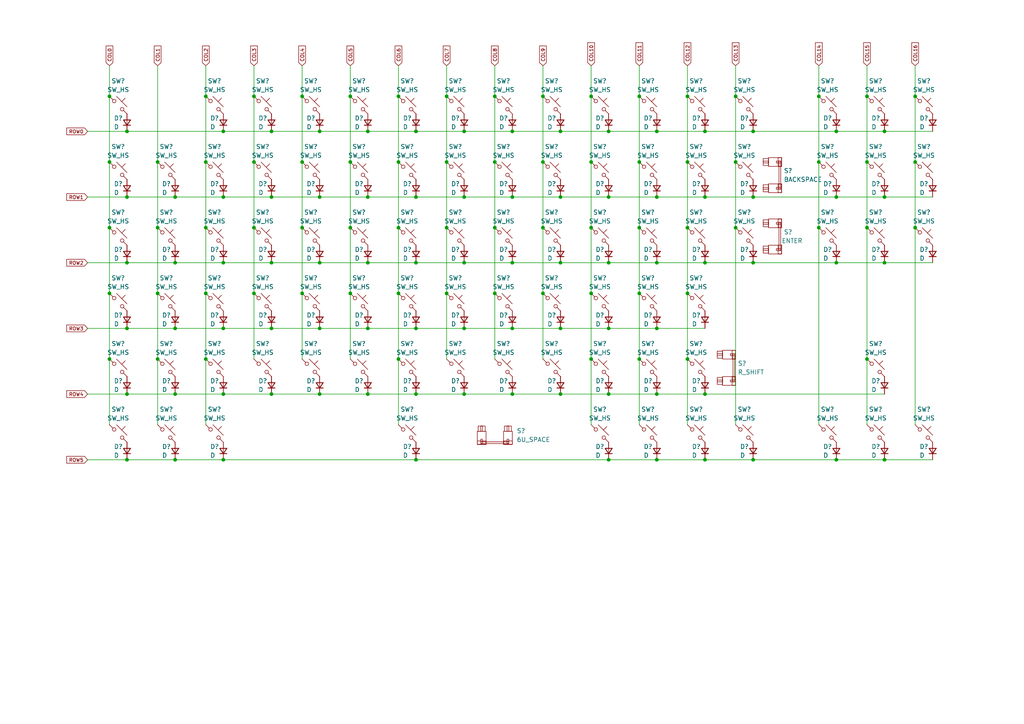
<source format=kicad_sch>
(kicad_sch (version 20211123) (generator eeschema)
  (paper "A4")
  (junction (at 265.43 46.99))
  (junction (at 171.45 66.04))
  (junction (at 64.77 95.25))
  (junction (at 143.51 85.09))
  (junction (at 176.53 76.2))
  (junction (at 143.51 46.99))
  (junction (at 73.66 85.09))
  (junction (at 190.5 95.25))
  (junction (at 213.36 66.04))
  (junction (at 129.54 27.94))
  (junction (at 64.77 114.3))
  (junction (at 185.42 85.09))
  (junction (at 204.47 76.2))
  (junction (at 157.48 27.94))
  (junction (at 190.5 114.3))
  (junction (at 199.39 104.14))
  (junction (at 78.74 57.15))
  (junction (at 176.53 95.25))
  (junction (at 204.47 114.3))
  (junction (at 256.54 38.1))
  (junction (at 115.57 27.94))
  (junction (at 148.59 38.1))
  (junction (at 251.46 66.04))
  (junction (at 92.71 114.3))
  (junction (at 162.56 76.2))
  (junction (at 256.54 57.15))
  (junction (at 129.54 66.04))
  (junction (at 242.57 38.1))
  (junction (at 87.63 66.04))
  (junction (at 176.53 114.3))
  (junction (at 237.49 66.04))
  (junction (at 171.45 46.99))
  (junction (at 120.65 38.1))
  (junction (at 157.48 85.09))
  (junction (at 185.42 46.99))
  (junction (at 50.8 133.35))
  (junction (at 50.8 114.3))
  (junction (at 36.83 38.1))
  (junction (at 87.63 85.09))
  (junction (at 106.68 57.15))
  (junction (at 106.68 76.2))
  (junction (at 64.77 76.2))
  (junction (at 134.62 95.25))
  (junction (at 59.69 85.09))
  (junction (at 36.83 76.2))
  (junction (at 256.54 76.2))
  (junction (at 148.59 114.3))
  (junction (at 199.39 85.09))
  (junction (at 162.56 114.3))
  (junction (at 171.45 85.09))
  (junction (at 59.69 66.04))
  (junction (at 73.66 27.94))
  (junction (at 120.65 76.2))
  (junction (at 64.77 133.35))
  (junction (at 64.77 57.15))
  (junction (at 199.39 46.99))
  (junction (at 50.8 95.25))
  (junction (at 251.46 46.99))
  (junction (at 143.51 66.04))
  (junction (at 185.42 104.14))
  (junction (at 134.62 114.3))
  (junction (at 120.65 114.3))
  (junction (at 242.57 57.15))
  (junction (at 176.53 57.15))
  (junction (at 251.46 104.14))
  (junction (at 213.36 46.99))
  (junction (at 129.54 46.99))
  (junction (at 106.68 38.1))
  (junction (at 242.57 133.35))
  (junction (at 106.68 95.25))
  (junction (at 50.8 57.15))
  (junction (at 101.6 46.99))
  (junction (at 176.53 133.35))
  (junction (at 204.47 38.1))
  (junction (at 185.42 27.94))
  (junction (at 157.48 66.04))
  (junction (at 115.57 85.09))
  (junction (at 78.74 114.3))
  (junction (at 134.62 57.15))
  (junction (at 148.59 57.15))
  (junction (at 120.65 57.15))
  (junction (at 251.46 27.94))
  (junction (at 204.47 133.35))
  (junction (at 73.66 66.04))
  (junction (at 92.71 57.15))
  (junction (at 265.43 27.94))
  (junction (at 190.5 57.15))
  (junction (at 78.74 76.2))
  (junction (at 31.75 66.04))
  (junction (at 129.54 85.09))
  (junction (at 101.6 66.04))
  (junction (at 45.72 85.09))
  (junction (at 59.69 104.14))
  (junction (at 199.39 66.04))
  (junction (at 237.49 27.94))
  (junction (at 162.56 57.15))
  (junction (at 213.36 27.94))
  (junction (at 50.8 76.2))
  (junction (at 134.62 38.1))
  (junction (at 242.57 76.2))
  (junction (at 101.6 27.94))
  (junction (at 237.49 46.99))
  (junction (at 218.44 38.1))
  (junction (at 78.74 95.25))
  (junction (at 45.72 46.99))
  (junction (at 92.71 95.25))
  (junction (at 87.63 46.99))
  (junction (at 59.69 27.94))
  (junction (at 176.53 38.1))
  (junction (at 92.71 76.2))
  (junction (at 162.56 38.1))
  (junction (at 120.65 133.35))
  (junction (at 31.75 27.94))
  (junction (at 45.72 104.14))
  (junction (at 199.39 27.94))
  (junction (at 218.44 57.15))
  (junction (at 218.44 133.35))
  (junction (at 134.62 76.2))
  (junction (at 31.75 85.09))
  (junction (at 36.83 133.35))
  (junction (at 101.6 85.09))
  (junction (at 45.72 66.04))
  (junction (at 59.69 46.99))
  (junction (at 115.57 66.04))
  (junction (at 148.59 95.25))
  (junction (at 106.68 114.3))
  (junction (at 157.48 46.99))
  (junction (at 115.57 104.14))
  (junction (at 204.47 57.15))
  (junction (at 120.65 95.25))
  (junction (at 190.5 133.35))
  (junction (at 36.83 57.15))
  (junction (at 256.54 133.35))
  (junction (at 36.83 95.25))
  (junction (at 64.77 38.1))
  (junction (at 31.75 46.99))
  (junction (at 148.59 76.2))
  (junction (at 78.74 38.1))
  (junction (at 87.63 27.94))
  (junction (at 190.5 76.2))
  (junction (at 115.57 46.99))
  (junction (at 36.83 114.3))
  (junction (at 171.45 27.94))
  (junction (at 185.42 66.04))
  (junction (at 190.5 38.1))
  (junction (at 218.44 76.2))
  (junction (at 162.56 95.25))
  (junction (at 143.51 27.94))
  (junction (at 92.71 38.1))
  (junction (at 73.66 46.99))
  (junction (at 265.43 66.04))
  (junction (at 31.75 104.14))
  (junction (at 171.45 104.14))
  (wire (pts (xy 162.56 38.1) (xy 176.53 38.1)))
  (wire (pts (xy 256.54 38.1) (xy 270.51 38.1)))
  (wire (pts (xy 73.66 19.05) (xy 73.66 27.94)))
  (wire (pts (xy 134.62 76.2) (xy 148.59 76.2)))
  (wire (pts (xy 242.57 38.1) (xy 256.54 38.1)))
  (wire (pts (xy 59.69 27.94) (xy 59.69 46.99)))
  (wire (pts (xy 190.5 57.15) (xy 204.47 57.15)))
  (wire (pts (xy 78.74 38.1) (xy 92.71 38.1)))
  (wire (pts (xy 78.74 57.15) (xy 92.71 57.15)))
  (wire (pts (xy 106.68 38.1) (xy 120.65 38.1)))
  (wire (pts (xy 101.6 46.99) (xy 101.6 66.04)))
  (wire (pts (xy 256.54 76.2) (xy 270.51 76.2)))
  (wire (pts (xy 50.8 114.3) (xy 64.77 114.3)))
  (wire (pts (xy 242.57 133.35) (xy 256.54 133.35)))
  (wire (pts (xy 190.5 133.35) (xy 204.47 133.35)))
  (wire (pts (xy 171.45 85.09) (xy 171.45 104.14)))
  (wire (pts (xy 265.43 46.99) (xy 265.43 66.04)))
  (wire (pts (xy 31.75 85.09) (xy 31.75 104.14)))
  (wire (pts (xy 162.56 114.3) (xy 176.53 114.3)))
  (wire (pts (xy 251.46 104.14) (xy 251.46 123.19)))
  (wire (pts (xy 199.39 27.94) (xy 199.39 46.99)))
  (wire (pts (xy 157.48 19.05) (xy 157.48 27.94)))
  (wire (pts (xy 171.45 66.04) (xy 171.45 85.09)))
  (wire (pts (xy 50.8 133.35) (xy 64.77 133.35)))
  (wire (pts (xy 204.47 114.3) (xy 256.54 114.3)))
  (wire (pts (xy 36.83 57.15) (xy 50.8 57.15)))
  (wire (pts (xy 265.43 27.94) (xy 265.43 46.99)))
  (wire (pts (xy 213.36 46.99) (xy 213.36 66.04)))
  (wire (pts (xy 237.49 27.94) (xy 237.49 46.99)))
  (wire (pts (xy 101.6 85.09) (xy 101.6 104.14)))
  (wire (pts (xy 176.53 38.1) (xy 190.5 38.1)))
  (wire (pts (xy 87.63 66.04) (xy 87.63 85.09)))
  (wire (pts (xy 106.68 114.3) (xy 120.65 114.3)))
  (wire (pts (xy 213.36 66.04) (xy 213.36 123.19)))
  (wire (pts (xy 218.44 38.1) (xy 242.57 38.1)))
  (wire (pts (xy 120.65 133.35) (xy 176.53 133.35)))
  (wire (pts (xy 148.59 38.1) (xy 162.56 38.1)))
  (wire (pts (xy 190.5 114.3) (xy 204.47 114.3)))
  (wire (pts (xy 251.46 27.94) (xy 251.46 46.99)))
  (wire (pts (xy 50.8 95.25) (xy 64.77 95.25)))
  (wire (pts (xy 204.47 76.2) (xy 218.44 76.2)))
  (wire (pts (xy 157.48 27.94) (xy 157.48 46.99)))
  (wire (pts (xy 92.71 114.3) (xy 106.68 114.3)))
  (wire (pts (xy 143.51 85.09) (xy 143.51 104.14)))
  (wire (pts (xy 73.66 46.99) (xy 73.66 66.04)))
  (wire (pts (xy 120.65 38.1) (xy 134.62 38.1)))
  (wire (pts (xy 73.66 27.94) (xy 73.66 46.99)))
  (wire (pts (xy 129.54 85.09) (xy 129.54 104.14)))
  (wire (pts (xy 87.63 85.09) (xy 87.63 104.14)))
  (wire (pts (xy 176.53 76.2) (xy 190.5 76.2)))
  (wire (pts (xy 25.4 38.1) (xy 36.83 38.1)))
  (wire (pts (xy 251.46 19.05) (xy 251.46 27.94)))
  (wire (pts (xy 101.6 19.05) (xy 101.6 27.94)))
  (wire (pts (xy 213.36 27.94) (xy 213.36 46.99)))
  (wire (pts (xy 59.69 19.05) (xy 59.69 27.94)))
  (wire (pts (xy 199.39 19.05) (xy 199.39 27.94)))
  (wire (pts (xy 251.46 46.99) (xy 251.46 66.04)))
  (wire (pts (xy 134.62 57.15) (xy 148.59 57.15)))
  (wire (pts (xy 265.43 66.04) (xy 265.43 123.19)))
  (wire (pts (xy 92.71 38.1) (xy 106.68 38.1)))
  (wire (pts (xy 242.57 76.2) (xy 256.54 76.2)))
  (wire (pts (xy 204.47 38.1) (xy 218.44 38.1)))
  (wire (pts (xy 256.54 57.15) (xy 270.51 57.15)))
  (wire (pts (xy 171.45 27.94) (xy 171.45 46.99)))
  (wire (pts (xy 129.54 19.05) (xy 129.54 27.94)))
  (wire (pts (xy 120.65 114.3) (xy 134.62 114.3)))
  (wire (pts (xy 25.4 76.2) (xy 36.83 76.2)))
  (wire (pts (xy 73.66 85.09) (xy 73.66 104.14)))
  (wire (pts (xy 171.45 46.99) (xy 171.45 66.04)))
  (wire (pts (xy 143.51 46.99) (xy 143.51 66.04)))
  (wire (pts (xy 218.44 133.35) (xy 242.57 133.35)))
  (wire (pts (xy 185.42 27.94) (xy 185.42 46.99)))
  (wire (pts (xy 106.68 95.25) (xy 120.65 95.25)))
  (wire (pts (xy 129.54 27.94) (xy 129.54 46.99)))
  (wire (pts (xy 237.49 46.99) (xy 237.49 66.04)))
  (wire (pts (xy 176.53 133.35) (xy 190.5 133.35)))
  (wire (pts (xy 162.56 95.25) (xy 176.53 95.25)))
  (wire (pts (xy 101.6 66.04) (xy 101.6 85.09)))
  (wire (pts (xy 185.42 19.05) (xy 185.42 27.94)))
  (wire (pts (xy 185.42 66.04) (xy 185.42 85.09)))
  (wire (pts (xy 87.63 27.94) (xy 87.63 46.99)))
  (wire (pts (xy 106.68 57.15) (xy 120.65 57.15)))
  (wire (pts (xy 73.66 66.04) (xy 73.66 85.09)))
  (wire (pts (xy 87.63 19.05) (xy 87.63 27.94)))
  (wire (pts (xy 199.39 46.99) (xy 199.39 66.04)))
  (wire (pts (xy 64.77 114.3) (xy 78.74 114.3)))
  (wire (pts (xy 115.57 19.05) (xy 115.57 27.94)))
  (wire (pts (xy 78.74 76.2) (xy 92.71 76.2)))
  (wire (pts (xy 148.59 76.2) (xy 162.56 76.2)))
  (wire (pts (xy 120.65 57.15) (xy 134.62 57.15)))
  (wire (pts (xy 64.77 95.25) (xy 78.74 95.25)))
  (wire (pts (xy 25.4 95.25) (xy 36.83 95.25)))
  (wire (pts (xy 115.57 104.14) (xy 115.57 123.19)))
  (wire (pts (xy 115.57 27.94) (xy 115.57 46.99)))
  (wire (pts (xy 25.4 133.35) (xy 36.83 133.35)))
  (wire (pts (xy 115.57 66.04) (xy 115.57 85.09)))
  (wire (pts (xy 87.63 46.99) (xy 87.63 66.04)))
  (wire (pts (xy 157.48 66.04) (xy 157.48 85.09)))
  (wire (pts (xy 218.44 76.2) (xy 242.57 76.2)))
  (wire (pts (xy 143.51 19.05) (xy 143.51 27.94)))
  (wire (pts (xy 31.75 46.99) (xy 31.75 66.04)))
  (wire (pts (xy 50.8 76.2) (xy 64.77 76.2)))
  (wire (pts (xy 256.54 133.35) (xy 270.51 133.35)))
  (wire (pts (xy 251.46 66.04) (xy 251.46 104.14)))
  (wire (pts (xy 115.57 85.09) (xy 115.57 104.14)))
  (wire (pts (xy 31.75 104.14) (xy 31.75 123.19)))
  (wire (pts (xy 129.54 66.04) (xy 129.54 85.09)))
  (wire (pts (xy 143.51 66.04) (xy 143.51 85.09)))
  (wire (pts (xy 78.74 95.25) (xy 92.71 95.25)))
  (wire (pts (xy 36.83 95.25) (xy 50.8 95.25)))
  (wire (pts (xy 106.68 76.2) (xy 120.65 76.2)))
  (wire (pts (xy 134.62 38.1) (xy 148.59 38.1)))
  (wire (pts (xy 237.49 19.05) (xy 237.49 27.94)))
  (wire (pts (xy 204.47 133.35) (xy 218.44 133.35)))
  (wire (pts (xy 213.36 19.05) (xy 213.36 27.94)))
  (wire (pts (xy 101.6 27.94) (xy 101.6 46.99)))
  (wire (pts (xy 120.65 95.25) (xy 134.62 95.25)))
  (wire (pts (xy 148.59 57.15) (xy 162.56 57.15)))
  (wire (pts (xy 190.5 95.25) (xy 204.47 95.25)))
  (wire (pts (xy 148.59 95.25) (xy 162.56 95.25)))
  (wire (pts (xy 36.83 133.35) (xy 50.8 133.35)))
  (wire (pts (xy 190.5 76.2) (xy 204.47 76.2)))
  (wire (pts (xy 45.72 19.05) (xy 45.72 46.99)))
  (wire (pts (xy 157.48 46.99) (xy 157.48 66.04)))
  (wire (pts (xy 78.74 114.3) (xy 92.71 114.3)))
  (wire (pts (xy 134.62 95.25) (xy 148.59 95.25)))
  (wire (pts (xy 199.39 104.14) (xy 199.39 123.19)))
  (wire (pts (xy 31.75 19.05) (xy 31.75 27.94)))
  (wire (pts (xy 25.4 57.15) (xy 36.83 57.15)))
  (wire (pts (xy 143.51 27.94) (xy 143.51 46.99)))
  (wire (pts (xy 185.42 104.14) (xy 185.42 123.19)))
  (wire (pts (xy 64.77 133.35) (xy 120.65 133.35)))
  (wire (pts (xy 218.44 57.15) (xy 242.57 57.15)))
  (wire (pts (xy 25.4 114.3) (xy 36.83 114.3)))
  (wire (pts (xy 92.71 95.25) (xy 106.68 95.25)))
  (wire (pts (xy 59.69 104.14) (xy 59.69 123.19)))
  (wire (pts (xy 59.69 46.99) (xy 59.69 66.04)))
  (wire (pts (xy 120.65 76.2) (xy 134.62 76.2)))
  (wire (pts (xy 64.77 38.1) (xy 78.74 38.1)))
  (wire (pts (xy 199.39 66.04) (xy 199.39 85.09)))
  (wire (pts (xy 115.57 46.99) (xy 115.57 66.04)))
  (wire (pts (xy 190.5 38.1) (xy 204.47 38.1)))
  (wire (pts (xy 31.75 27.94) (xy 31.75 46.99)))
  (wire (pts (xy 92.71 57.15) (xy 106.68 57.15)))
  (wire (pts (xy 242.57 57.15) (xy 256.54 57.15)))
  (wire (pts (xy 31.75 66.04) (xy 31.75 85.09)))
  (wire (pts (xy 134.62 114.3) (xy 148.59 114.3)))
  (wire (pts (xy 92.71 76.2) (xy 106.68 76.2)))
  (wire (pts (xy 176.53 57.15) (xy 190.5 57.15)))
  (wire (pts (xy 176.53 114.3) (xy 190.5 114.3)))
  (wire (pts (xy 45.72 66.04) (xy 45.72 85.09)))
  (wire (pts (xy 50.8 57.15) (xy 64.77 57.15)))
  (wire (pts (xy 185.42 46.99) (xy 185.42 66.04)))
  (wire (pts (xy 148.59 114.3) (xy 162.56 114.3)))
  (wire (pts (xy 185.42 85.09) (xy 185.42 104.14)))
  (wire (pts (xy 45.72 46.99) (xy 45.72 66.04)))
  (wire (pts (xy 237.49 66.04) (xy 237.49 123.19)))
  (wire (pts (xy 64.77 57.15) (xy 78.74 57.15)))
  (wire (pts (xy 162.56 57.15) (xy 176.53 57.15)))
  (wire (pts (xy 59.69 66.04) (xy 59.69 85.09)))
  (wire (pts (xy 36.83 38.1) (xy 64.77 38.1)))
  (wire (pts (xy 171.45 19.05) (xy 171.45 27.94)))
  (wire (pts (xy 171.45 104.14) (xy 171.45 123.19)))
  (wire (pts (xy 265.43 19.05) (xy 265.43 27.94)))
  (wire (pts (xy 36.83 114.3) (xy 50.8 114.3)))
  (wire (pts (xy 45.72 85.09) (xy 45.72 104.14)))
  (wire (pts (xy 176.53 95.25) (xy 190.5 95.25)))
  (wire (pts (xy 162.56 76.2) (xy 176.53 76.2)))
  (wire (pts (xy 59.69 85.09) (xy 59.69 104.14)))
  (wire (pts (xy 157.48 85.09) (xy 157.48 104.14)))
  (wire (pts (xy 64.77 76.2) (xy 78.74 76.2)))
  (wire (pts (xy 199.39 85.09) (xy 199.39 104.14)))
  (wire (pts (xy 129.54 46.99) (xy 129.54 66.04)))
  (wire (pts (xy 36.83 76.2) (xy 50.8 76.2)))
  (wire (pts (xy 204.47 57.15) (xy 218.44 57.15)))
  (wire (pts (xy 45.72 104.14) (xy 45.72 123.19)))
  (global_label "COL1" (shape input) (at 45.72 19.05 90) (effects (font (size 1 1))) (property "Intersheet References" "${INTERSHEET_REFS}" (effects hide)))
  (global_label "COL16" (shape input) (at 265.43 19.05 90) (effects (font (size 1 1))) (property "Intersheet References" "${INTERSHEET_REFS}" (effects hide)))
  (global_label "ROW0" (shape input) (at 25.4 38.1 180) (effects (font (size 1 1))) (property "Intersheet References" "${INTERSHEET_REFS}" (effects hide)))
  (global_label "COL8" (shape input) (at 143.51 19.05 90) (effects (font (size 1 1))) (property "Intersheet References" "${INTERSHEET_REFS}" (effects hide)))
  (global_label "COL10" (shape input) (at 171.45 19.05 90) (effects (font (size 1 1))) (property "Intersheet References" "${INTERSHEET_REFS}" (effects hide)))
  (global_label "COL0" (shape input) (at 31.75 19.05 90) (effects (font (size 1 1))) (property "Intersheet References" "${INTERSHEET_REFS}" (effects hide)))
  (global_label "COL15" (shape input) (at 251.46 19.05 90) (effects (font (size 1 1))) (property "Intersheet References" "${INTERSHEET_REFS}" (effects hide)))
  (global_label "COL9" (shape input) (at 157.48 19.05 90) (effects (font (size 1 1))) (property "Intersheet References" "${INTERSHEET_REFS}" (effects hide)))
  (global_label "COL6" (shape input) (at 115.57 19.05 90) (effects (font (size 1 1))) (property "Intersheet References" "${INTERSHEET_REFS}" (effects hide)))
  (global_label "COL5" (shape input) (at 101.6 19.05 90) (effects (font (size 1 1))) (property "Intersheet References" "${INTERSHEET_REFS}" (effects hide)))
  (global_label "ROW2" (shape input) (at 25.4 76.2 180) (effects (font (size 1 1))) (property "Intersheet References" "${INTERSHEET_REFS}" (effects hide)))
  (global_label "COL11" (shape input) (at 185.42 19.05 90) (effects (font (size 1 1))) (property "Intersheet References" "${INTERSHEET_REFS}" (effects hide)))
  (global_label "COL2" (shape input) (at 59.69 19.05 90) (effects (font (size 1 1))) (property "Intersheet References" "${INTERSHEET_REFS}" (effects hide)))
  (global_label "COL14" (shape input) (at 237.49 19.05 90) (effects (font (size 1 1))) (property "Intersheet References" "${INTERSHEET_REFS}" (effects hide)))
  (global_label "ROW5" (shape input) (at 25.4 133.35 180) (effects (font (size 1 1))) (property "Intersheet References" "${INTERSHEET_REFS}" (effects hide)))
  (global_label "ROW1" (shape input) (at 25.4 57.15 180) (effects (font (size 1 1))) (property "Intersheet References" "${INTERSHEET_REFS}" (effects hide)))
  (global_label "COL7" (shape input) (at 129.54 19.05 90) (effects (font (size 1 1))) (property "Intersheet References" "${INTERSHEET_REFS}" (effects hide)))
  (global_label "ROW4" (shape input) (at 25.4 114.3 180) (effects (font (size 1 1))) (property "Intersheet References" "${INTERSHEET_REFS}" (effects hide)))
  (global_label "COL4" (shape input) (at 87.63 19.05 90) (effects (font (size 1 1))) (property "Intersheet References" "${INTERSHEET_REFS}" (effects hide)))
  (global_label "ROW3" (shape input) (at 25.4 95.25 180) (effects (font (size 1 1))) (property "Intersheet References" "${INTERSHEET_REFS}" (effects hide)))
  (global_label "COL12" (shape input) (at 199.39 19.05 90) (effects (font (size 1 1))) (property "Intersheet References" "${INTERSHEET_REFS}" (effects hide)))
  (global_label "COL3" (shape input) (at 73.66 19.05 90) (effects (font (size 1 1))) (property "Intersheet References" "${INTERSHEET_REFS}" (effects hide)))
  (global_label "COL13" (shape input) (at 213.36 19.05 90) (effects (font (size 1 1))) (property "Intersheet References" "${INTERSHEET_REFS}" (effects hide)))
  (symbol (lib_id "marbastlib-mx:MX_SW_HS") (at 118.11 125.73 0) (unit 1)
    (property "Reference" "SW?" (at 118.11 118.745 0))
    (property "Value" "SW_HS" (at 118.11 121.285 0))
    (property "Footprint" "marbastlib-mx:SW_MX_HS_1u" (effects hide))
  )
  (symbol (lib_id "Device:D_Small") (at 120.65 73.66 90) (unit 1)
    (property "Reference" "D?" (at 116.84 72.39 90) (effects (justify right)))
    (property "Value" "D" (at 116.84 74.93 90) (effects (justify right)))
    (property "Footprint" "Diode_SMD:D_SOD-123" (effects hide))
  )
  (symbol (lib_id "marbastlib-mx:MX_stab") (at 224.155 68.58 90) (unit 1)
    (property "Reference" "S?" (at 227.33 67.3099 90) (effects (justify right)))
    (property "Value" "ENTER" (at 226.695 69.85 90) (effects (justify right)))
    (property "Footprint" "marbastlib-mx:STAB_MX_P_6.25u" (effects hide))
  )
  (symbol (lib_id "Device:D_Small") (at 162.56 35.56 90) (unit 1)
    (property "Reference" "D?" (at 158.75 34.29 90) (effects (justify right)))
    (property "Value" "D" (at 158.75 36.83 90) (effects (justify right)))
    (property "Footprint" "Diode_SMD:D_SOD-123" (effects hide))
  )
  (symbol (lib_id "marbastlib-mx:MX_SW_HS") (at 173.99 68.58 0) (unit 1)
    (property "Reference" "SW?" (at 173.99 61.595 0))
    (property "Value" "SW_HS" (at 173.99 64.135 0))
    (property "Footprint" "marbastlib-mx:SW_MX_HS_1u" (effects hide))
  )
  (symbol (lib_id "Device:D_Small") (at 92.71 92.71 90) (unit 1)
    (property "Reference" "D?" (at 88.9 91.44 90) (effects (justify right)))
    (property "Value" "D" (at 88.9 93.98 90) (effects (justify right)))
    (property "Footprint" "Diode_SMD:D_SOD-123" (effects hide))
  )
  (symbol (lib_id "marbastlib-mx:MX_stab") (at 143.51 126.365 0) (unit 1)
    (property "Reference" "S?" (at 149.86 124.9679 0) (effects (justify left)))
    (property "Value" "6U_SPACE" (at 149.86 127.5079 0) (effects (justify left)))
    (property "Footprint" "marbastlib-mx:STAB_MX_P_6.25u" (effects hide))
  )
  (symbol (lib_id "marbastlib-mx:MX_SW_HS") (at 201.93 125.73 0) (unit 1)
    (property "Reference" "SW?" (at 201.93 118.745 0))
    (property "Value" "SW_HS" (at 201.93 121.285 0))
    (property "Footprint" "marbastlib-mx:SW_MX_HS_1u" (effects hide))
  )
  (symbol (lib_id "Device:D_Small") (at 64.77 92.71 90) (unit 1)
    (property "Reference" "D?" (at 60.96 91.44 90) (effects (justify right)))
    (property "Value" "D" (at 60.96 93.98 90) (effects (justify right)))
    (property "Footprint" "Diode_SMD:D_SOD-123" (effects hide))
  )
  (symbol (lib_id "marbastlib-mx:MX_SW_HS") (at 173.99 30.48 0) (unit 1)
    (property "Reference" "SW?" (at 173.99 23.495 0))
    (property "Value" "SW_HS" (at 173.99 26.035 0))
    (property "Footprint" "marbastlib-mx:SW_MX_HS_1u" (effects hide))
  )
  (symbol (lib_id "marbastlib-mx:MX_SW_HS") (at 201.93 106.68 0) (unit 1)
    (property "Reference" "SW?" (at 201.93 99.695 0))
    (property "Value" "SW_HS" (at 201.93 102.235 0))
    (property "Footprint" "marbastlib-mx:SW_MX_HS_1u" (effects hide))
  )
  (symbol (lib_id "marbastlib-mx:MX_SW_HS") (at 118.11 106.68 0) (unit 1)
    (property "Reference" "SW?" (at 118.11 99.695 0))
    (property "Value" "SW_HS" (at 118.11 102.235 0))
    (property "Footprint" "marbastlib-mx:SW_MX_HS_1u" (effects hide))
  )
  (symbol (lib_id "marbastlib-mx:MX_SW_HS") (at 187.96 49.53 0) (unit 1)
    (property "Reference" "SW?" (at 187.96 42.545 0))
    (property "Value" "SW_HS" (at 187.96 45.085 0))
    (property "Footprint" "marbastlib-mx:SW_MX_HS_1u" (effects hide))
  )
  (symbol (lib_id "marbastlib-mx:MX_SW_HS") (at 34.29 30.48 0) (unit 1)
    (property "Reference" "SW?" (at 34.29 23.495 0))
    (property "Value" "SW_HS" (at 34.29 26.035 0))
    (property "Footprint" "marbastlib-mx:SW_MX_HS_1u" (effects hide))
  )
  (symbol (lib_id "marbastlib-mx:MX_SW_HS") (at 173.99 106.68 0) (unit 1)
    (property "Reference" "SW?" (at 173.99 99.695 0))
    (property "Value" "SW_HS" (at 173.99 102.235 0))
    (property "Footprint" "marbastlib-mx:SW_MX_HS_1u" (effects hide))
  )
  (symbol (lib_id "Device:D_Small") (at 204.47 35.56 90) (unit 1)
    (property "Reference" "D?" (at 200.66 34.29 90) (effects (justify right)))
    (property "Value" "D" (at 200.66 36.83 90) (effects (justify right)))
    (property "Footprint" "Diode_SMD:D_SOD-123" (effects hide))
  )
  (symbol (lib_id "marbastlib-mx:MX_SW_HS") (at 90.17 106.68 0) (unit 1)
    (property "Reference" "SW?" (at 90.17 99.695 0))
    (property "Value" "SW_HS" (at 90.17 102.235 0))
    (property "Footprint" "marbastlib-mx:SW_MX_HS_1u" (effects hide))
  )
  (symbol (lib_id "marbastlib-mx:MX_stab") (at 224.155 50.8 90) (unit 1)
    (property "Reference" "S?" (at 227.33 49.5299 90) (effects (justify right)))
    (property "Value" "BACKSPACE" (at 227.33 52.0699 90) (effects (justify right)))
    (property "Footprint" "marbastlib-mx:STAB_MX_P_6.25u" (effects hide))
  )
  (symbol (lib_id "marbastlib-mx:MX_SW_HS") (at 104.14 87.63 0) (unit 1)
    (property "Reference" "SW?" (at 104.14 80.645 0))
    (property "Value" "SW_HS" (at 104.14 83.185 0))
    (property "Footprint" "marbastlib-mx:SW_MX_HS_1u" (effects hide))
  )
  (symbol (lib_id "marbastlib-mx:MX_SW_HS") (at 34.29 87.63 0) (unit 1)
    (property "Reference" "SW?" (at 34.29 80.645 0))
    (property "Value" "SW_HS" (at 34.29 83.185 0))
    (property "Footprint" "marbastlib-mx:SW_MX_HS_1u" (effects hide))
  )
  (symbol (lib_id "marbastlib-mx:MX_SW_HS") (at 34.29 106.68 0) (unit 1)
    (property "Reference" "SW?" (at 34.29 99.695 0))
    (property "Value" "SW_HS" (at 34.29 102.235 0))
    (property "Footprint" "marbastlib-mx:SW_MX_HS_1u" (effects hide))
  )
  (symbol (lib_id "Device:D_Small") (at 106.68 35.56 90) (unit 1)
    (property "Reference" "D?" (at 102.87 34.29 90) (effects (justify right)))
    (property "Value" "D" (at 102.87 36.83 90) (effects (justify right)))
    (property "Footprint" "Diode_SMD:D_SOD-123" (effects hide))
  )
  (symbol (lib_id "Device:D_Small") (at 242.57 54.61 90) (unit 1)
    (property "Reference" "D?" (at 238.76 53.34 90) (effects (justify right)))
    (property "Value" "D" (at 238.76 55.88 90) (effects (justify right)))
    (property "Footprint" "Diode_SMD:D_SOD-123" (effects hide))
  )
  (symbol (lib_id "marbastlib-mx:MX_SW_HS") (at 240.03 30.48 0) (unit 1)
    (property "Reference" "SW?" (at 240.03 23.495 0))
    (property "Value" "SW_HS" (at 240.03 26.035 0))
    (property "Footprint" "marbastlib-mx:SW_MX_HS_1u" (effects hide))
  )
  (symbol (lib_id "marbastlib-mx:MX_SW_HS") (at 201.93 87.63 0) (unit 1)
    (property "Reference" "SW?" (at 201.93 80.645 0))
    (property "Value" "SW_HS" (at 201.93 83.185 0))
    (property "Footprint" "marbastlib-mx:SW_MX_HS_1u" (effects hide))
  )
  (symbol (lib_id "Device:D_Small") (at 256.54 130.81 90) (unit 1)
    (property "Reference" "D?" (at 252.73 129.54 90) (effects (justify right)))
    (property "Value" "D" (at 252.73 132.08 90) (effects (justify right)))
    (property "Footprint" "Diode_SMD:D_SOD-123" (effects hide))
  )
  (symbol (lib_id "marbastlib-mx:MX_SW_HS") (at 34.29 49.53 0) (unit 1)
    (property "Reference" "SW?" (at 34.29 42.545 0))
    (property "Value" "SW_HS" (at 34.29 45.085 0))
    (property "Footprint" "marbastlib-mx:SW_MX_HS_1u" (effects hide))
  )
  (symbol (lib_id "Device:D_Small") (at 218.44 35.56 90) (unit 1)
    (property "Reference" "D?" (at 214.63 34.29 90) (effects (justify right)))
    (property "Value" "D" (at 214.63 36.83 90) (effects (justify right)))
    (property "Footprint" "Diode_SMD:D_SOD-123" (effects hide))
  )
  (symbol (lib_id "Device:D_Small") (at 78.74 54.61 90) (unit 1)
    (property "Reference" "D?" (at 74.93 53.34 90) (effects (justify right)))
    (property "Value" "D" (at 74.93 55.88 90) (effects (justify right)))
    (property "Footprint" "Diode_SMD:D_SOD-123" (effects hide))
  )
  (symbol (lib_id "Device:D_Small") (at 148.59 111.76 90) (unit 1)
    (property "Reference" "D?" (at 144.78 110.49 90) (effects (justify right)))
    (property "Value" "D" (at 144.78 113.03 90) (effects (justify right)))
    (property "Footprint" "Diode_SMD:D_SOD-123" (effects hide))
  )
  (symbol (lib_id "Device:D_Small") (at 218.44 73.66 90) (unit 1)
    (property "Reference" "D?" (at 214.63 72.39 90) (effects (justify right)))
    (property "Value" "D" (at 214.63 74.93 90) (effects (justify right)))
    (property "Footprint" "Diode_SMD:D_SOD-123" (effects hide))
  )
  (symbol (lib_id "marbastlib-mx:MX_SW_HS") (at 132.08 87.63 0) (unit 1)
    (property "Reference" "SW?" (at 132.08 80.645 0))
    (property "Value" "SW_HS" (at 132.08 83.185 0))
    (property "Footprint" "marbastlib-mx:SW_MX_HS_1u" (effects hide))
  )
  (symbol (lib_id "Device:D_Small") (at 162.56 73.66 90) (unit 1)
    (property "Reference" "D?" (at 158.75 72.39 90) (effects (justify right)))
    (property "Value" "D" (at 158.75 74.93 90) (effects (justify right)))
    (property "Footprint" "Diode_SMD:D_SOD-123" (effects hide))
  )
  (symbol (lib_id "marbastlib-mx:MX_SW_HS") (at 132.08 106.68 0) (unit 1)
    (property "Reference" "SW?" (at 132.08 99.695 0))
    (property "Value" "SW_HS" (at 132.08 102.235 0))
    (property "Footprint" "marbastlib-mx:SW_MX_HS_1u" (effects hide))
  )
  (symbol (lib_id "marbastlib-mx:MX_SW_HS") (at 118.11 87.63 0) (unit 1)
    (property "Reference" "SW?" (at 118.11 80.645 0))
    (property "Value" "SW_HS" (at 118.11 83.185 0))
    (property "Footprint" "marbastlib-mx:SW_MX_HS_1u" (effects hide))
  )
  (symbol (lib_id "marbastlib-mx:MX_SW_HS") (at 160.02 87.63 0) (unit 1)
    (property "Reference" "SW?" (at 160.02 80.645 0))
    (property "Value" "SW_HS" (at 160.02 83.185 0))
    (property "Footprint" "marbastlib-mx:SW_MX_HS_1u" (effects hide))
  )
  (symbol (lib_id "Device:D_Small") (at 106.68 92.71 90) (unit 1)
    (property "Reference" "D?" (at 102.87 91.44 90) (effects (justify right)))
    (property "Value" "D" (at 102.87 93.98 90) (effects (justify right)))
    (property "Footprint" "Diode_SMD:D_SOD-123" (effects hide))
  )
  (symbol (lib_id "Device:D_Small") (at 256.54 73.66 90) (unit 1)
    (property "Reference" "D?" (at 252.73 72.39 90) (effects (justify right)))
    (property "Value" "D" (at 252.73 74.93 90) (effects (justify right)))
    (property "Footprint" "Diode_SMD:D_SOD-123" (effects hide))
  )
  (symbol (lib_id "marbastlib-mx:MX_SW_HS") (at 146.05 87.63 0) (unit 1)
    (property "Reference" "SW?" (at 146.05 80.645 0))
    (property "Value" "SW_HS" (at 146.05 83.185 0))
    (property "Footprint" "marbastlib-mx:SW_MX_HS_1u" (effects hide))
  )
  (symbol (lib_id "marbastlib-mx:MX_SW_HS") (at 132.08 68.58 0) (unit 1)
    (property "Reference" "SW?" (at 132.08 61.595 0))
    (property "Value" "SW_HS" (at 132.08 64.135 0))
    (property "Footprint" "marbastlib-mx:SW_MX_HS_1u" (effects hide))
  )
  (symbol (lib_id "marbastlib-mx:MX_SW_HS") (at 187.96 106.68 0) (unit 1)
    (property "Reference" "SW?" (at 187.96 99.695 0))
    (property "Value" "SW_HS" (at 187.96 102.235 0))
    (property "Footprint" "marbastlib-mx:SW_MX_HS_1u" (effects hide))
  )
  (symbol (lib_id "marbastlib-mx:MX_SW_HS") (at 118.11 30.48 0) (unit 1)
    (property "Reference" "SW?" (at 118.11 23.495 0))
    (property "Value" "SW_HS" (at 118.11 26.035 0))
    (property "Footprint" "marbastlib-mx:SW_MX_HS_1u" (effects hide))
  )
  (symbol (lib_id "marbastlib-mx:MX_SW_HS") (at 76.2 87.63 0) (unit 1)
    (property "Reference" "SW?" (at 76.2 80.645 0))
    (property "Value" "SW_HS" (at 76.2 83.185 0))
    (property "Footprint" "marbastlib-mx:SW_MX_HS_1u" (effects hide))
  )
  (symbol (lib_id "marbastlib-mx:MX_SW_HS") (at 187.96 125.73 0) (unit 1)
    (property "Reference" "SW?" (at 187.96 118.745 0))
    (property "Value" "SW_HS" (at 187.96 121.285 0))
    (property "Footprint" "marbastlib-mx:SW_MX_HS_1u" (effects hide))
  )
  (symbol (lib_id "marbastlib-mx:MX_stab") (at 210.82 106.68 90) (unit 1)
    (property "Reference" "S?" (at 213.995 105.4099 90) (effects (justify right)))
    (property "Value" "R_SHIFT" (at 213.995 107.9499 90) (effects (justify right)))
    (property "Footprint" "marbastlib-mx:STAB_MX_P_6.25u" (effects hide))
  )
  (symbol (lib_id "marbastlib-mx:MX_SW_HS") (at 90.17 49.53 0) (unit 1)
    (property "Reference" "SW?" (at 90.17 42.545 0))
    (property "Value" "SW_HS" (at 90.17 45.085 0))
    (property "Footprint" "marbastlib-mx:SW_MX_HS_1u" (effects hide))
  )
  (symbol (lib_id "marbastlib-mx:MX_SW_HS") (at 48.26 106.68 0) (unit 1)
    (property "Reference" "SW?" (at 48.26 99.695 0))
    (property "Value" "SW_HS" (at 48.26 102.235 0))
    (property "Footprint" "marbastlib-mx:SW_MX_HS_1u" (effects hide))
  )
  (symbol (lib_id "marbastlib-mx:MX_SW_HS") (at 62.23 125.73 0) (unit 1)
    (property "Reference" "SW?" (at 62.23 118.745 0))
    (property "Value" "SW_HS" (at 62.23 121.285 0))
    (property "Footprint" "marbastlib-mx:SW_MX_HS_1u" (effects hide))
  )
  (symbol (lib_id "Device:D_Small") (at 50.8 73.66 90) (unit 1)
    (property "Reference" "D?" (at 46.99 72.39 90) (effects (justify right)))
    (property "Value" "D" (at 46.99 74.93 90) (effects (justify right)))
    (property "Footprint" "Diode_SMD:D_SOD-123" (effects hide))
  )
  (symbol (lib_id "Device:D_Small") (at 134.62 111.76 90) (unit 1)
    (property "Reference" "D?" (at 130.81 110.49 90) (effects (justify right)))
    (property "Value" "D" (at 130.81 113.03 90) (effects (justify right)))
    (property "Footprint" "Diode_SMD:D_SOD-123" (effects hide))
  )
  (symbol (lib_id "marbastlib-mx:MX_SW_HS") (at 160.02 30.48 0) (unit 1)
    (property "Reference" "SW?" (at 160.02 23.495 0))
    (property "Value" "SW_HS" (at 160.02 26.035 0))
    (property "Footprint" "marbastlib-mx:SW_MX_HS_1u" (effects hide))
  )
  (symbol (lib_id "Device:D_Small") (at 204.47 73.66 90) (unit 1)
    (property "Reference" "D?" (at 200.66 72.39 90) (effects (justify right)))
    (property "Value" "D" (at 200.66 74.93 90) (effects (justify right)))
    (property "Footprint" "Diode_SMD:D_SOD-123" (effects hide))
  )
  (symbol (lib_id "Device:D_Small") (at 190.5 73.66 90) (unit 1)
    (property "Reference" "D?" (at 186.69 72.39 90) (effects (justify right)))
    (property "Value" "D" (at 186.69 74.93 90) (effects (justify right)))
    (property "Footprint" "Diode_SMD:D_SOD-123" (effects hide))
  )
  (symbol (lib_id "marbastlib-mx:MX_SW_HS") (at 132.08 30.48 0) (unit 1)
    (property "Reference" "SW?" (at 132.08 23.495 0))
    (property "Value" "SW_HS" (at 132.08 26.035 0))
    (property "Footprint" "marbastlib-mx:SW_MX_HS_1u" (effects hide))
  )
  (symbol (lib_id "Device:D_Small") (at 176.53 111.76 90) (unit 1)
    (property "Reference" "D?" (at 172.72 110.49 90) (effects (justify right)))
    (property "Value" "D" (at 172.72 113.03 90) (effects (justify right)))
    (property "Footprint" "Diode_SMD:D_SOD-123" (effects hide))
  )
  (symbol (lib_id "Device:D_Small") (at 204.47 54.61 90) (unit 1)
    (property "Reference" "D?" (at 200.66 53.34 90) (effects (justify right)))
    (property "Value" "D" (at 200.66 55.88 90) (effects (justify right)))
    (property "Footprint" "Diode_SMD:D_SOD-123" (effects hide))
  )
  (symbol (lib_id "marbastlib-mx:MX_SW_HS") (at 90.17 87.63 0) (unit 1)
    (property "Reference" "SW?" (at 90.17 80.645 0))
    (property "Value" "SW_HS" (at 90.17 83.185 0))
    (property "Footprint" "marbastlib-mx:SW_MX_HS_1u" (effects hide))
  )
  (symbol (lib_id "marbastlib-mx:MX_SW_HS") (at 240.03 49.53 0) (unit 1)
    (property "Reference" "SW?" (at 240.03 42.545 0))
    (property "Value" "SW_HS" (at 240.03 45.085 0))
    (property "Footprint" "marbastlib-mx:SW_MX_HS_1u" (effects hide))
  )
  (symbol (lib_id "Device:D_Small") (at 218.44 130.81 90) (unit 1)
    (property "Reference" "D?" (at 214.63 129.54 90) (effects (justify right)))
    (property "Value" "D" (at 214.63 132.08 90) (effects (justify right)))
    (property "Footprint" "Diode_SMD:D_SOD-123" (effects hide))
  )
  (symbol (lib_id "marbastlib-mx:MX_SW_HS") (at 267.97 125.73 0) (unit 1)
    (property "Reference" "SW?" (at 267.97 118.745 0))
    (property "Value" "SW_HS" (at 267.97 121.285 0))
    (property "Footprint" "marbastlib-mx:SW_MX_HS_1u" (effects hide))
  )
  (symbol (lib_id "marbastlib-mx:MX_SW_HS") (at 215.9 68.58 0) (unit 1)
    (property "Reference" "SW?" (at 215.9 61.595 0))
    (property "Value" "SW_HS" (at 215.9 64.135 0))
    (property "Footprint" "marbastlib-mx:SW_MX_HS_1u" (effects hide))
  )
  (symbol (lib_id "marbastlib-mx:MX_SW_HS") (at 240.03 125.73 0) (unit 1)
    (property "Reference" "SW?" (at 240.03 118.745 0))
    (property "Value" "SW_HS" (at 240.03 121.285 0))
    (property "Footprint" "marbastlib-mx:SW_MX_HS_1u" (effects hide))
  )
  (symbol (lib_id "marbastlib-mx:MX_SW_HS") (at 187.96 30.48 0) (unit 1)
    (property "Reference" "SW?" (at 187.96 23.495 0))
    (property "Value" "SW_HS" (at 187.96 26.035 0))
    (property "Footprint" "marbastlib-mx:SW_MX_HS_1u" (effects hide))
  )
  (symbol (lib_id "Device:D_Small") (at 50.8 92.71 90) (unit 1)
    (property "Reference" "D?" (at 46.99 91.44 90) (effects (justify right)))
    (property "Value" "D" (at 46.99 93.98 90) (effects (justify right)))
    (property "Footprint" "Diode_SMD:D_SOD-123" (effects hide))
  )
  (symbol (lib_id "marbastlib-mx:MX_SW_HS") (at 62.23 30.48 0) (unit 1)
    (property "Reference" "SW?" (at 62.23 23.495 0))
    (property "Value" "SW_HS" (at 62.23 26.035 0))
    (property "Footprint" "marbastlib-mx:SW_MX_HS_1u" (effects hide))
  )
  (symbol (lib_id "marbastlib-mx:MX_SW_HS") (at 62.23 106.68 0) (unit 1)
    (property "Reference" "SW?" (at 62.23 99.695 0))
    (property "Value" "SW_HS" (at 62.23 102.235 0))
    (property "Footprint" "marbastlib-mx:SW_MX_HS_1u" (effects hide))
  )
  (symbol (lib_id "marbastlib-mx:MX_SW_HS") (at 254 125.73 0) (unit 1)
    (property "Reference" "SW?" (at 254 118.745 0))
    (property "Value" "SW_HS" (at 254 121.285 0))
    (property "Footprint" "marbastlib-mx:SW_MX_HS_1u" (effects hide))
  )
  (symbol (lib_id "Device:D_Small") (at 190.5 130.81 90) (unit 1)
    (property "Reference" "D?" (at 186.69 129.54 90) (effects (justify right)))
    (property "Value" "D" (at 186.69 132.08 90) (effects (justify right)))
    (property "Footprint" "Diode_SMD:D_SOD-123" (effects hide))
  )
  (symbol (lib_id "Device:D_Small") (at 36.83 73.66 90) (unit 1)
    (property "Reference" "D?" (at 33.02 72.39 90) (effects (justify right)))
    (property "Value" "D" (at 33.02 74.93 90) (effects (justify right)))
    (property "Footprint" "Diode_SMD:D_SOD-123" (effects hide))
  )
  (symbol (lib_id "Device:D_Small") (at 106.68 111.76 90) (unit 1)
    (property "Reference" "D?" (at 102.87 110.49 90) (effects (justify right)))
    (property "Value" "D" (at 102.87 113.03 90) (effects (justify right)))
    (property "Footprint" "Diode_SMD:D_SOD-123" (effects hide))
  )
  (symbol (lib_id "marbastlib-mx:MX_SW_HS") (at 254 106.68 0) (unit 1)
    (property "Reference" "SW?" (at 254 99.695 0))
    (property "Value" "SW_HS" (at 254 102.235 0))
    (property "Footprint" "marbastlib-mx:SW_MX_HS_1u" (effects hide))
  )
  (symbol (lib_id "marbastlib-mx:MX_SW_HS") (at 104.14 49.53 0) (unit 1)
    (property "Reference" "SW?" (at 104.14 42.545 0))
    (property "Value" "SW_HS" (at 104.14 45.085 0))
    (property "Footprint" "marbastlib-mx:SW_MX_HS_1u" (effects hide))
  )
  (symbol (lib_id "marbastlib-mx:MX_SW_HS") (at 76.2 106.68 0) (unit 1)
    (property "Reference" "SW?" (at 76.2 99.695 0))
    (property "Value" "SW_HS" (at 76.2 102.235 0))
    (property "Footprint" "marbastlib-mx:SW_MX_HS_1u" (effects hide))
  )
  (symbol (lib_id "Device:D_Small") (at 64.77 35.56 90) (unit 1)
    (property "Reference" "D?" (at 60.96 34.29 90) (effects (justify right)))
    (property "Value" "D" (at 60.96 36.83 90) (effects (justify right)))
    (property "Footprint" "Diode_SMD:D_SOD-123" (effects hide))
  )
  (symbol (lib_id "Device:D_Small") (at 218.44 54.61 90) (unit 1)
    (property "Reference" "D?" (at 214.63 53.34 90) (effects (justify right)))
    (property "Value" "D" (at 214.63 55.88 90) (effects (justify right)))
    (property "Footprint" "Diode_SMD:D_SOD-123" (effects hide))
  )
  (symbol (lib_id "Device:D_Small") (at 50.8 54.61 90) (unit 1)
    (property "Reference" "D?" (at 46.99 53.34 90) (effects (justify right)))
    (property "Value" "D" (at 46.99 55.88 90) (effects (justify right)))
    (property "Footprint" "Diode_SMD:D_SOD-123" (effects hide))
  )
  (symbol (lib_id "Device:D_Small") (at 134.62 35.56 90) (unit 1)
    (property "Reference" "D?" (at 130.81 34.29 90) (effects (justify right)))
    (property "Value" "D" (at 130.81 36.83 90) (effects (justify right)))
    (property "Footprint" "Diode_SMD:D_SOD-123" (effects hide))
  )
  (symbol (lib_id "Device:D_Small") (at 270.51 54.61 90) (unit 1)
    (property "Reference" "D?" (at 266.7 53.34 90) (effects (justify right)))
    (property "Value" "D" (at 266.7 55.88 90) (effects (justify right)))
    (property "Footprint" "Diode_SMD:D_SOD-123" (effects hide))
  )
  (symbol (lib_id "marbastlib-mx:MX_SW_HS") (at 201.93 68.58 0) (unit 1)
    (property "Reference" "SW?" (at 201.93 61.595 0))
    (property "Value" "SW_HS" (at 201.93 64.135 0))
    (property "Footprint" "marbastlib-mx:SW_MX_HS_1u" (effects hide))
  )
  (symbol (lib_id "marbastlib-mx:MX_SW_HS") (at 173.99 49.53 0) (unit 1)
    (property "Reference" "SW?" (at 173.99 42.545 0))
    (property "Value" "SW_HS" (at 173.99 45.085 0))
    (property "Footprint" "marbastlib-mx:SW_MX_HS_1u" (effects hide))
  )
  (symbol (lib_id "Device:D_Small") (at 78.74 111.76 90) (unit 1)
    (property "Reference" "D?" (at 74.93 110.49 90) (effects (justify right)))
    (property "Value" "D" (at 74.93 113.03 90) (effects (justify right)))
    (property "Footprint" "Diode_SMD:D_SOD-123" (effects hide))
  )
  (symbol (lib_id "marbastlib-mx:MX_SW_HS") (at 160.02 49.53 0) (unit 1)
    (property "Reference" "SW?" (at 160.02 42.545 0))
    (property "Value" "SW_HS" (at 160.02 45.085 0))
    (property "Footprint" "marbastlib-mx:SW_MX_HS_1u" (effects hide))
  )
  (symbol (lib_id "Device:D_Small") (at 242.57 73.66 90) (unit 1)
    (property "Reference" "D?" (at 238.76 72.39 90) (effects (justify right)))
    (property "Value" "D" (at 238.76 74.93 90) (effects (justify right)))
    (property "Footprint" "Diode_SMD:D_SOD-123" (effects hide))
  )
  (symbol (lib_id "marbastlib-mx:MX_SW_HS") (at 201.93 49.53 0) (unit 1)
    (property "Reference" "SW?" (at 201.93 42.545 0))
    (property "Value" "SW_HS" (at 201.93 45.085 0))
    (property "Footprint" "marbastlib-mx:SW_MX_HS_1u" (effects hide))
  )
  (symbol (lib_id "Device:D_Small") (at 92.71 111.76 90) (unit 1)
    (property "Reference" "D?" (at 88.9 110.49 90) (effects (justify right)))
    (property "Value" "D" (at 88.9 113.03 90) (effects (justify right)))
    (property "Footprint" "Diode_SMD:D_SOD-123" (effects hide))
  )
  (symbol (lib_id "Device:D_Small") (at 120.65 35.56 90) (unit 1)
    (property "Reference" "D?" (at 116.84 34.29 90) (effects (justify right)))
    (property "Value" "D" (at 116.84 36.83 90) (effects (justify right)))
    (property "Footprint" "Diode_SMD:D_SOD-123" (effects hide))
  )
  (symbol (lib_id "marbastlib-mx:MX_SW_HS") (at 267.97 68.58 0) (unit 1)
    (property "Reference" "SW?" (at 267.97 61.595 0))
    (property "Value" "SW_HS" (at 267.97 64.135 0))
    (property "Footprint" "marbastlib-mx:SW_MX_HS_1u" (effects hide))
  )
  (symbol (lib_id "Device:D_Small") (at 134.62 73.66 90) (unit 1)
    (property "Reference" "D?" (at 130.81 72.39 90) (effects (justify right)))
    (property "Value" "D" (at 130.81 74.93 90) (effects (justify right)))
    (property "Footprint" "Diode_SMD:D_SOD-123" (effects hide))
  )
  (symbol (lib_id "Device:D_Small") (at 190.5 111.76 90) (unit 1)
    (property "Reference" "D?" (at 186.69 110.49 90) (effects (justify right)))
    (property "Value" "D" (at 186.69 113.03 90) (effects (justify right)))
    (property "Footprint" "Diode_SMD:D_SOD-123" (effects hide))
  )
  (symbol (lib_id "Device:D_Small") (at 148.59 35.56 90) (unit 1)
    (property "Reference" "D?" (at 144.78 34.29 90) (effects (justify right)))
    (property "Value" "D" (at 144.78 36.83 90) (effects (justify right)))
    (property "Footprint" "Diode_SMD:D_SOD-123" (effects hide))
  )
  (symbol (lib_id "Device:D_Small") (at 106.68 54.61 90) (unit 1)
    (property "Reference" "D?" (at 102.87 53.34 90) (effects (justify right)))
    (property "Value" "D" (at 102.87 55.88 90) (effects (justify right)))
    (property "Footprint" "Diode_SMD:D_SOD-123" (effects hide))
  )
  (symbol (lib_id "Device:D_Small") (at 36.83 35.56 90) (unit 1)
    (property "Reference" "D?" (at 33.02 34.29 90) (effects (justify right)))
    (property "Value" "D" (at 33.02 36.83 90) (effects (justify right)))
    (property "Footprint" "Diode_SMD:D_SOD-123" (effects hide))
  )
  (symbol (lib_id "marbastlib-mx:MX_SW_HS") (at 48.26 68.58 0) (unit 1)
    (property "Reference" "SW?" (at 48.26 61.595 0))
    (property "Value" "SW_HS" (at 48.26 64.135 0))
    (property "Footprint" "marbastlib-mx:SW_MX_HS_1u" (effects hide))
  )
  (symbol (lib_id "marbastlib-mx:MX_SW_HS") (at 254 68.58 0) (unit 1)
    (property "Reference" "SW?" (at 254 61.595 0))
    (property "Value" "SW_HS" (at 254 64.135 0))
    (property "Footprint" "marbastlib-mx:SW_MX_HS_1u" (effects hide))
  )
  (symbol (lib_id "Device:D_Small") (at 148.59 73.66 90) (unit 1)
    (property "Reference" "D?" (at 144.78 72.39 90) (effects (justify right)))
    (property "Value" "D" (at 144.78 74.93 90) (effects (justify right)))
    (property "Footprint" "Diode_SMD:D_SOD-123" (effects hide))
  )
  (symbol (lib_id "Device:D_Small") (at 204.47 92.71 90) (unit 1)
    (property "Reference" "D?" (at 200.66 91.44 90) (effects (justify right)))
    (property "Value" "D" (at 200.66 93.98 90) (effects (justify right)))
    (property "Footprint" "Diode_SMD:D_SOD-123" (effects hide))
  )
  (symbol (lib_id "marbastlib-mx:MX_SW_HS") (at 90.17 30.48 0) (unit 1)
    (property "Reference" "SW?" (at 90.17 23.495 0))
    (property "Value" "SW_HS" (at 90.17 26.035 0))
    (property "Footprint" "marbastlib-mx:SW_MX_HS_1u" (effects hide))
  )
  (symbol (lib_id "Device:D_Small") (at 190.5 92.71 90) (unit 1)
    (property "Reference" "D?" (at 186.69 91.44 90) (effects (justify right)))
    (property "Value" "D" (at 186.69 93.98 90) (effects (justify right)))
    (property "Footprint" "Diode_SMD:D_SOD-123" (effects hide))
  )
  (symbol (lib_id "Device:D_Small") (at 78.74 73.66 90) (unit 1)
    (property "Reference" "D?" (at 74.93 72.39 90) (effects (justify right)))
    (property "Value" "D" (at 74.93 74.93 90) (effects (justify right)))
    (property "Footprint" "Diode_SMD:D_SOD-123" (effects hide))
  )
  (symbol (lib_id "marbastlib-mx:MX_SW_HS") (at 160.02 68.58 0) (unit 1)
    (property "Reference" "SW?" (at 160.02 61.595 0))
    (property "Value" "SW_HS" (at 160.02 64.135 0))
    (property "Footprint" "marbastlib-mx:SW_MX_HS_1u" (effects hide))
  )
  (symbol (lib_id "marbastlib-mx:MX_SW_HS") (at 48.26 87.63 0) (unit 1)
    (property "Reference" "SW?" (at 48.26 80.645 0))
    (property "Value" "SW_HS" (at 48.26 83.185 0))
    (property "Footprint" "marbastlib-mx:SW_MX_HS_1u" (effects hide))
  )
  (symbol (lib_id "marbastlib-mx:MX_SW_HS") (at 118.11 49.53 0) (unit 1)
    (property "Reference" "SW?" (at 118.11 42.545 0))
    (property "Value" "SW_HS" (at 118.11 45.085 0))
    (property "Footprint" "marbastlib-mx:SW_MX_HS_1u" (effects hide))
  )
  (symbol (lib_id "Device:D_Small") (at 36.83 111.76 90) (unit 1)
    (property "Reference" "D?" (at 33.02 110.49 90) (effects (justify right)))
    (property "Value" "D" (at 33.02 113.03 90) (effects (justify right)))
    (property "Footprint" "Diode_SMD:D_SOD-123" (effects hide))
  )
  (symbol (lib_id "marbastlib-mx:MX_SW_HS") (at 215.9 30.48 0) (unit 1)
    (property "Reference" "SW?" (at 215.9 23.495 0))
    (property "Value" "SW_HS" (at 215.9 26.035 0))
    (property "Footprint" "marbastlib-mx:SW_MX_HS_1u" (effects hide))
  )
  (symbol (lib_id "marbastlib-mx:MX_SW_HS") (at 173.99 125.73 0) (unit 1)
    (property "Reference" "SW?" (at 173.99 118.745 0))
    (property "Value" "SW_HS" (at 173.99 121.285 0))
    (property "Footprint" "marbastlib-mx:SW_MX_HS_1u" (effects hide))
  )
  (symbol (lib_id "Device:D_Small") (at 36.83 92.71 90) (unit 1)
    (property "Reference" "D?" (at 33.02 91.44 90) (effects (justify right)))
    (property "Value" "D" (at 33.02 93.98 90) (effects (justify right)))
    (property "Footprint" "Diode_SMD:D_SOD-123" (effects hide))
  )
  (symbol (lib_id "marbastlib-mx:MX_SW_HS") (at 62.23 49.53 0) (unit 1)
    (property "Reference" "SW?" (at 62.23 42.545 0))
    (property "Value" "SW_HS" (at 62.23 45.085 0))
    (property "Footprint" "marbastlib-mx:SW_MX_HS_1u" (effects hide))
  )
  (symbol (lib_id "marbastlib-mx:MX_SW_HS") (at 267.97 49.53 0) (unit 1)
    (property "Reference" "SW?" (at 267.97 42.545 0))
    (property "Value" "SW_HS" (at 267.97 45.085 0))
    (property "Footprint" "marbastlib-mx:SW_MX_HS_1u" (effects hide))
  )
  (symbol (lib_id "marbastlib-mx:MX_SW_HS") (at 254 49.53 0) (unit 1)
    (property "Reference" "SW?" (at 254 42.545 0))
    (property "Value" "SW_HS" (at 254 45.085 0))
    (property "Footprint" "marbastlib-mx:SW_MX_HS_1u" (effects hide))
  )
  (symbol (lib_id "marbastlib-mx:MX_SW_HS") (at 76.2 49.53 0) (unit 1)
    (property "Reference" "SW?" (at 76.2 42.545 0))
    (property "Value" "SW_HS" (at 76.2 45.085 0))
    (property "Footprint" "marbastlib-mx:SW_MX_HS_1u" (effects hide))
  )
  (symbol (lib_id "Device:D_Small") (at 120.65 92.71 90) (unit 1)
    (property "Reference" "D?" (at 116.84 91.44 90) (effects (justify right)))
    (property "Value" "D" (at 116.84 93.98 90) (effects (justify right)))
    (property "Footprint" "Diode_SMD:D_SOD-123" (effects hide))
  )
  (symbol (lib_id "marbastlib-mx:MX_SW_HS") (at 34.29 68.58 0) (unit 1)
    (property "Reference" "SW?" (at 34.29 61.595 0))
    (property "Value" "SW_HS" (at 34.29 64.135 0))
    (property "Footprint" "marbastlib-mx:SW_MX_HS_1u" (effects hide))
  )
  (symbol (lib_id "marbastlib-mx:MX_SW_HS") (at 187.96 68.58 0) (unit 1)
    (property "Reference" "SW?" (at 187.96 61.595 0))
    (property "Value" "SW_HS" (at 187.96 64.135 0))
    (property "Footprint" "marbastlib-mx:SW_MX_HS_1u" (effects hide))
  )
  (symbol (lib_id "Device:D_Small") (at 148.59 54.61 90) (unit 1)
    (property "Reference" "D?" (at 144.78 53.34 90) (effects (justify right)))
    (property "Value" "D" (at 144.78 55.88 90) (effects (justify right)))
    (property "Footprint" "Diode_SMD:D_SOD-123" (effects hide))
  )
  (symbol (lib_id "Device:D_Small") (at 120.65 54.61 90) (unit 1)
    (property "Reference" "D?" (at 116.84 53.34 90) (effects (justify right)))
    (property "Value" "D" (at 116.84 55.88 90) (effects (justify right)))
    (property "Footprint" "Diode_SMD:D_SOD-123" (effects hide))
  )
  (symbol (lib_id "Device:D_Small") (at 134.62 54.61 90) (unit 1)
    (property "Reference" "D?" (at 130.81 53.34 90) (effects (justify right)))
    (property "Value" "D" (at 130.81 55.88 90) (effects (justify right)))
    (property "Footprint" "Diode_SMD:D_SOD-123" (effects hide))
  )
  (symbol (lib_id "Device:D_Small") (at 270.51 35.56 90) (unit 1)
    (property "Reference" "D?" (at 266.7 34.29 90) (effects (justify right)))
    (property "Value" "D" (at 266.7 36.83 90) (effects (justify right)))
    (property "Footprint" "Diode_SMD:D_SOD-123" (effects hide))
  )
  (symbol (lib_id "Device:D_Small") (at 204.47 111.76 90) (unit 1)
    (property "Reference" "D?" (at 200.66 110.49 90) (effects (justify right)))
    (property "Value" "D" (at 200.66 113.03 90) (effects (justify right)))
    (property "Footprint" "Diode_SMD:D_SOD-123" (effects hide))
  )
  (symbol (lib_id "marbastlib-mx:MX_SW_HS") (at 48.26 125.73 0) (unit 1)
    (property "Reference" "SW?" (at 48.26 118.745 0))
    (property "Value" "SW_HS" (at 48.26 121.285 0))
    (property "Footprint" "marbastlib-mx:SW_MX_HS_1u" (effects hide))
  )
  (symbol (lib_id "marbastlib-mx:MX_SW_HS") (at 76.2 68.58 0) (unit 1)
    (property "Reference" "SW?" (at 76.2 61.595 0))
    (property "Value" "SW_HS" (at 76.2 64.135 0))
    (property "Footprint" "marbastlib-mx:SW_MX_HS_1u" (effects hide))
  )
  (symbol (lib_id "Device:D_Small") (at 176.53 35.56 90) (unit 1)
    (property "Reference" "D?" (at 172.72 34.29 90) (effects (justify right)))
    (property "Value" "D" (at 172.72 36.83 90) (effects (justify right)))
    (property "Footprint" "Diode_SMD:D_SOD-123" (effects hide))
  )
  (symbol (lib_id "Device:D_Small") (at 162.56 54.61 90) (unit 1)
    (property "Reference" "D?" (at 158.75 53.34 90) (effects (justify right)))
    (property "Value" "D" (at 158.75 55.88 90) (effects (justify right)))
    (property "Footprint" "Diode_SMD:D_SOD-123" (effects hide))
  )
  (symbol (lib_id "Device:D_Small") (at 64.77 130.81 90) (unit 1)
    (property "Reference" "D?" (at 60.96 129.54 90) (effects (justify right)))
    (property "Value" "D" (at 60.96 132.08 90) (effects (justify right)))
    (property "Footprint" "Diode_SMD:D_SOD-123" (effects hide))
  )
  (symbol (lib_id "Device:D_Small") (at 50.8 130.81 90) (unit 1)
    (property "Reference" "D?" (at 46.99 129.54 90) (effects (justify right)))
    (property "Value" "D" (at 46.99 132.08 90) (effects (justify right)))
    (property "Footprint" "Diode_SMD:D_SOD-123" (effects hide))
  )
  (symbol (lib_id "Device:D_Small") (at 270.51 130.81 90) (unit 1)
    (property "Reference" "D?" (at 266.7 129.54 90) (effects (justify right)))
    (property "Value" "D" (at 266.7 132.08 90) (effects (justify right)))
    (property "Footprint" "Diode_SMD:D_SOD-123" (effects hide))
  )
  (symbol (lib_id "Device:D_Small") (at 106.68 73.66 90) (unit 1)
    (property "Reference" "D?" (at 102.87 72.39 90) (effects (justify right)))
    (property "Value" "D" (at 102.87 74.93 90) (effects (justify right)))
    (property "Footprint" "Diode_SMD:D_SOD-123" (effects hide))
  )
  (symbol (lib_id "Device:D_Small") (at 176.53 130.81 90) (unit 1)
    (property "Reference" "D?" (at 172.72 129.54 90) (effects (justify right)))
    (property "Value" "D" (at 172.72 132.08 90) (effects (justify right)))
    (property "Footprint" "Diode_SMD:D_SOD-123" (effects hide))
  )
  (symbol (lib_id "marbastlib-mx:MX_SW_HS") (at 90.17 68.58 0) (unit 1)
    (property "Reference" "SW?" (at 90.17 61.595 0))
    (property "Value" "SW_HS" (at 90.17 64.135 0))
    (property "Footprint" "marbastlib-mx:SW_MX_HS_1u" (effects hide))
  )
  (symbol (lib_id "Device:D_Small") (at 190.5 54.61 90) (unit 1)
    (property "Reference" "D?" (at 186.69 53.34 90) (effects (justify right)))
    (property "Value" "D" (at 186.69 55.88 90) (effects (justify right)))
    (property "Footprint" "Diode_SMD:D_SOD-123" (effects hide))
  )
  (symbol (lib_id "Device:D_Small") (at 176.53 54.61 90) (unit 1)
    (property "Reference" "D?" (at 172.72 53.34 90) (effects (justify right)))
    (property "Value" "D" (at 172.72 55.88 90) (effects (justify right)))
    (property "Footprint" "Diode_SMD:D_SOD-123" (effects hide))
  )
  (symbol (lib_id "marbastlib-mx:MX_SW_HS") (at 146.05 68.58 0) (unit 1)
    (property "Reference" "SW?" (at 146.05 61.595 0))
    (property "Value" "SW_HS" (at 146.05 64.135 0))
    (property "Footprint" "marbastlib-mx:SW_MX_HS_1u" (effects hide))
  )
  (symbol (lib_id "Device:D_Small") (at 256.54 111.76 90) (unit 1)
    (property "Reference" "D?" (at 252.73 110.49 90) (effects (justify right)))
    (property "Value" "D" (at 252.73 113.03 90) (effects (justify right)))
    (property "Footprint" "Diode_SMD:D_SOD-123" (effects hide))
  )
  (symbol (lib_id "marbastlib-mx:MX_SW_HS") (at 146.05 49.53 0) (unit 1)
    (property "Reference" "SW?" (at 146.05 42.545 0))
    (property "Value" "SW_HS" (at 146.05 45.085 0))
    (property "Footprint" "marbastlib-mx:SW_MX_HS_1u" (effects hide))
  )
  (symbol (lib_id "Device:D_Small") (at 256.54 54.61 90) (unit 1)
    (property "Reference" "D?" (at 252.73 53.34 90) (effects (justify right)))
    (property "Value" "D" (at 252.73 55.88 90) (effects (justify right)))
    (property "Footprint" "Diode_SMD:D_SOD-123" (effects hide))
  )
  (symbol (lib_id "Device:D_Small") (at 64.77 73.66 90) (unit 1)
    (property "Reference" "D?" (at 60.96 72.39 90) (effects (justify right)))
    (property "Value" "D" (at 60.96 74.93 90) (effects (justify right)))
    (property "Footprint" "Diode_SMD:D_SOD-123" (effects hide))
  )
  (symbol (lib_id "Device:D_Small") (at 36.83 54.61 90) (unit 1)
    (property "Reference" "D?" (at 33.02 53.34 90) (effects (justify right)))
    (property "Value" "D" (at 33.02 55.88 90) (effects (justify right)))
    (property "Footprint" "Diode_SMD:D_SOD-123" (effects hide))
  )
  (symbol (lib_id "Device:D_Small") (at 78.74 35.56 90) (unit 1)
    (property "Reference" "D?" (at 74.93 34.29 90) (effects (justify right)))
    (property "Value" "D" (at 74.93 36.83 90) (effects (justify right)))
    (property "Footprint" "Diode_SMD:D_SOD-123" (effects hide))
  )
  (symbol (lib_id "marbastlib-mx:MX_SW_HS") (at 132.08 49.53 0) (unit 1)
    (property "Reference" "SW?" (at 132.08 42.545 0))
    (property "Value" "SW_HS" (at 132.08 45.085 0))
    (property "Footprint" "marbastlib-mx:SW_MX_HS_1u" (effects hide))
  )
  (symbol (lib_id "Device:D_Small") (at 78.74 92.71 90) (unit 1)
    (property "Reference" "D?" (at 74.93 91.44 90) (effects (justify right)))
    (property "Value" "D" (at 74.93 93.98 90) (effects (justify right)))
    (property "Footprint" "Diode_SMD:D_SOD-123" (effects hide))
  )
  (symbol (lib_id "Device:D_Small") (at 176.53 73.66 90) (unit 1)
    (property "Reference" "D?" (at 172.72 72.39 90) (effects (justify right)))
    (property "Value" "D" (at 172.72 74.93 90) (effects (justify right)))
    (property "Footprint" "Diode_SMD:D_SOD-123" (effects hide))
  )
  (symbol (lib_id "Device:D_Small") (at 148.59 92.71 90) (unit 1)
    (property "Reference" "D?" (at 144.78 91.44 90) (effects (justify right)))
    (property "Value" "D" (at 144.78 93.98 90) (effects (justify right)))
    (property "Footprint" "Diode_SMD:D_SOD-123" (effects hide))
  )
  (symbol (lib_id "Device:D_Small") (at 134.62 92.71 90) (unit 1)
    (property "Reference" "D?" (at 130.81 91.44 90) (effects (justify right)))
    (property "Value" "D" (at 130.81 93.98 90) (effects (justify right)))
    (property "Footprint" "Diode_SMD:D_SOD-123" (effects hide))
  )
  (symbol (lib_id "Device:D_Small") (at 120.65 111.76 90) (unit 1)
    (property "Reference" "D?" (at 116.84 110.49 90) (effects (justify right)))
    (property "Value" "D" (at 116.84 113.03 90) (effects (justify right)))
    (property "Footprint" "Diode_SMD:D_SOD-123" (effects hide))
  )
  (symbol (lib_id "Device:D_Small") (at 64.77 111.76 90) (unit 1)
    (property "Reference" "D?" (at 60.96 110.49 90) (effects (justify right)))
    (property "Value" "D" (at 60.96 113.03 90) (effects (justify right)))
    (property "Footprint" "Diode_SMD:D_SOD-123" (effects hide))
  )
  (symbol (lib_id "Device:D_Small") (at 204.47 130.81 90) (unit 1)
    (property "Reference" "D?" (at 200.66 129.54 90) (effects (justify right)))
    (property "Value" "D" (at 200.66 132.08 90) (effects (justify right)))
    (property "Footprint" "Diode_SMD:D_SOD-123" (effects hide))
  )
  (symbol (lib_id "Device:D_Small") (at 242.57 35.56 90) (unit 1)
    (property "Reference" "D?" (at 238.76 34.29 90) (effects (justify right)))
    (property "Value" "D" (at 238.76 36.83 90) (effects (justify right)))
    (property "Footprint" "Diode_SMD:D_SOD-123" (effects hide))
  )
  (symbol (lib_id "marbastlib-mx:MX_SW_HS") (at 201.93 30.48 0) (unit 1)
    (property "Reference" "SW?" (at 201.93 23.495 0))
    (property "Value" "SW_HS" (at 201.93 26.035 0))
    (property "Footprint" "marbastlib-mx:SW_MX_HS_1u" (effects hide))
  )
  (symbol (lib_id "marbastlib-mx:MX_SW_HS") (at 34.29 125.73 0) (unit 1)
    (property "Reference" "SW?" (at 34.29 118.745 0))
    (property "Value" "SW_HS" (at 34.29 121.285 0))
    (property "Footprint" "marbastlib-mx:SW_MX_HS_1u" (effects hide))
  )
  (symbol (lib_id "marbastlib-mx:MX_SW_HS") (at 160.02 106.68 0) (unit 1)
    (property "Reference" "SW?" (at 160.02 99.695 0))
    (property "Value" "SW_HS" (at 160.02 102.235 0))
    (property "Footprint" "marbastlib-mx:SW_MX_HS_1u" (effects hide))
  )
  (symbol (lib_id "marbastlib-mx:MX_SW_HS") (at 240.03 68.58 0) (unit 1)
    (property "Reference" "SW?" (at 240.03 61.595 0))
    (property "Value" "SW_HS" (at 240.03 64.135 0))
    (property "Footprint" "marbastlib-mx:SW_MX_HS_1u" (effects hide))
  )
  (symbol (lib_id "Device:D_Small") (at 162.56 111.76 90) (unit 1)
    (property "Reference" "D?" (at 158.75 110.49 90) (effects (justify right)))
    (property "Value" "D" (at 158.75 113.03 90) (effects (justify right)))
    (property "Footprint" "Diode_SMD:D_SOD-123" (effects hide))
  )
  (symbol (lib_id "Device:D_Small") (at 162.56 92.71 90) (unit 1)
    (property "Reference" "D?" (at 158.75 91.44 90) (effects (justify right)))
    (property "Value" "D" (at 158.75 93.98 90) (effects (justify right)))
    (property "Footprint" "Diode_SMD:D_SOD-123" (effects hide))
  )
  (symbol (lib_id "Device:D_Small") (at 190.5 35.56 90) (unit 1)
    (property "Reference" "D?" (at 186.69 34.29 90) (effects (justify right)))
    (property "Value" "D" (at 186.69 36.83 90) (effects (justify right)))
    (property "Footprint" "Diode_SMD:D_SOD-123" (effects hide))
  )
  (symbol (lib_id "Device:D_Small") (at 50.8 111.76 90) (unit 1)
    (property "Reference" "D?" (at 46.99 110.49 90) (effects (justify right)))
    (property "Value" "D" (at 46.99 113.03 90) (effects (justify right)))
    (property "Footprint" "Diode_SMD:D_SOD-123" (effects hide))
  )
  (symbol (lib_id "marbastlib-mx:MX_SW_HS") (at 254 30.48 0) (unit 1)
    (property "Reference" "SW?" (at 254 23.495 0))
    (property "Value" "SW_HS" (at 254 26.035 0))
    (property "Footprint" "marbastlib-mx:SW_MX_HS_1u" (effects hide))
  )
  (symbol (lib_id "Device:D_Small") (at 176.53 92.71 90) (unit 1)
    (property "Reference" "D?" (at 172.72 91.44 90) (effects (justify right)))
    (property "Value" "D" (at 172.72 93.98 90) (effects (justify right)))
    (property "Footprint" "Diode_SMD:D_SOD-123" (effects hide))
  )
  (symbol (lib_id "marbastlib-mx:MX_SW_HS") (at 104.14 68.58 0) (unit 1)
    (property "Reference" "SW?" (at 104.14 61.595 0))
    (property "Value" "SW_HS" (at 104.14 64.135 0))
    (property "Footprint" "marbastlib-mx:SW_MX_HS_1u" (effects hide))
  )
  (symbol (lib_id "Device:D_Small") (at 256.54 35.56 90) (unit 1)
    (property "Reference" "D?" (at 252.73 34.29 90) (effects (justify right)))
    (property "Value" "D" (at 252.73 36.83 90) (effects (justify right)))
    (property "Footprint" "Diode_SMD:D_SOD-123" (effects hide))
  )
  (symbol (lib_id "marbastlib-mx:MX_SW_HS") (at 48.26 49.53 0) (unit 1)
    (property "Reference" "SW?" (at 48.26 42.545 0))
    (property "Value" "SW_HS" (at 48.26 45.085 0))
    (property "Footprint" "marbastlib-mx:SW_MX_HS_1u" (effects hide))
  )
  (symbol (lib_id "marbastlib-mx:MX_SW_HS") (at 187.96 87.63 0) (unit 1)
    (property "Reference" "SW?" (at 187.96 80.645 0))
    (property "Value" "SW_HS" (at 187.96 83.185 0))
    (property "Footprint" "marbastlib-mx:SW_MX_HS_1u" (effects hide))
  )
  (symbol (lib_id "Device:D_Small") (at 36.83 130.81 90) (unit 1)
    (property "Reference" "D?" (at 33.02 129.54 90) (effects (justify right)))
    (property "Value" "D" (at 33.02 132.08 90) (effects (justify right)))
    (property "Footprint" "Diode_SMD:D_SOD-123" (effects hide))
  )
  (symbol (lib_id "marbastlib-mx:MX_SW_HS") (at 104.14 106.68 0) (unit 1)
    (property "Reference" "SW?" (at 104.14 99.695 0))
    (property "Value" "SW_HS" (at 104.14 102.235 0))
    (property "Footprint" "marbastlib-mx:SW_MX_HS_1u" (effects hide))
  )
  (symbol (lib_id "marbastlib-mx:MX_SW_HS") (at 118.11 68.58 0) (unit 1)
    (property "Reference" "SW?" (at 118.11 61.595 0))
    (property "Value" "SW_HS" (at 118.11 64.135 0))
    (property "Footprint" "marbastlib-mx:SW_MX_HS_1u" (effects hide))
  )
  (symbol (lib_id "marbastlib-mx:MX_SW_HS") (at 104.14 30.48 0) (unit 1)
    (property "Reference" "SW?" (at 104.14 23.495 0))
    (property "Value" "SW_HS" (at 104.14 26.035 0))
    (property "Footprint" "marbastlib-mx:SW_MX_HS_1u" (effects hide))
  )
  (symbol (lib_id "Device:D_Small") (at 242.57 130.81 90) (unit 1)
    (property "Reference" "D?" (at 238.76 129.54 90) (effects (justify right)))
    (property "Value" "D" (at 238.76 132.08 90) (effects (justify right)))
    (property "Footprint" "Diode_SMD:D_SOD-123" (effects hide))
  )
  (symbol (lib_id "marbastlib-mx:MX_SW_HS") (at 267.97 30.48 0) (unit 1)
    (property "Reference" "SW?" (at 267.97 23.495 0))
    (property "Value" "SW_HS" (at 267.97 26.035 0))
    (property "Footprint" "marbastlib-mx:SW_MX_HS_1u" (effects hide))
  )
  (symbol (lib_id "Device:D_Small") (at 92.71 35.56 90) (unit 1)
    (property "Reference" "D?" (at 88.9 34.29 90) (effects (justify right)))
    (property "Value" "D" (at 88.9 36.83 90) (effects (justify right)))
    (property "Footprint" "Diode_SMD:D_SOD-123" (effects hide))
  )
  (symbol (lib_id "Device:D_Small") (at 92.71 73.66 90) (unit 1)
    (property "Reference" "D?" (at 88.9 72.39 90) (effects (justify right)))
    (property "Value" "D" (at 88.9 74.93 90) (effects (justify right)))
    (property "Footprint" "Diode_SMD:D_SOD-123" (effects hide))
  )
  (symbol (lib_id "marbastlib-mx:MX_SW_HS") (at 62.23 87.63 0) (unit 1)
    (property "Reference" "SW?" (at 62.23 80.645 0))
    (property "Value" "SW_HS" (at 62.23 83.185 0))
    (property "Footprint" "marbastlib-mx:SW_MX_HS_1u" (effects hide))
  )
  (symbol (lib_id "marbastlib-mx:MX_SW_HS") (at 146.05 30.48 0) (unit 1)
    (property "Reference" "SW?" (at 146.05 23.495 0))
    (property "Value" "SW_HS" (at 146.05 26.035 0))
    (property "Footprint" "marbastlib-mx:SW_MX_HS_1u" (effects hide))
  )
  (symbol (lib_id "Device:D_Small") (at 64.77 54.61 90) (unit 1)
    (property "Reference" "D?" (at 60.96 53.34 90) (effects (justify right)))
    (property "Value" "D" (at 60.96 55.88 90) (effects (justify right)))
    (property "Footprint" "Diode_SMD:D_SOD-123" (effects hide))
  )
  (symbol (lib_id "marbastlib-mx:MX_SW_HS") (at 146.05 106.68 0) (unit 1)
    (property "Reference" "SW?" (at 146.05 99.695 0))
    (property "Value" "SW_HS" (at 146.05 102.235 0))
    (property "Footprint" "marbastlib-mx:SW_MX_HS_1u" (effects hide))
  )
  (symbol (lib_id "Device:D_Small") (at 92.71 54.61 90) (unit 1)
    (property "Reference" "D?" (at 88.9 53.34 90) (effects (justify right)))
    (property "Value" "D" (at 88.9 55.88 90) (effects (justify right)))
    (property "Footprint" "Diode_SMD:D_SOD-123" (effects hide))
  )
  (symbol (lib_id "marbastlib-mx:MX_SW_HS") (at 76.2 30.48 0) (unit 1)
    (property "Reference" "SW?" (at 76.2 23.495 0))
    (property "Value" "SW_HS" (at 76.2 26.035 0))
    (property "Footprint" "marbastlib-mx:SW_MX_HS_1u" (effects hide))
  )
  (symbol (lib_id "Device:D_Small") (at 120.65 130.81 90) (unit 1)
    (property "Reference" "D?" (at 116.84 129.54 90) (effects (justify right)))
    (property "Value" "D" (at 116.84 132.08 90) (effects (justify right)))
    (property "Footprint" "Diode_SMD:D_SOD-123" (effects hide))
  )
  (symbol (lib_id "marbastlib-mx:MX_SW_HS") (at 173.99 87.63 0) (unit 1)
    (property "Reference" "SW?" (at 173.99 80.645 0))
    (property "Value" "SW_HS" (at 173.99 83.185 0))
    (property "Footprint" "marbastlib-mx:SW_MX_HS_1u" (effects hide))
  )
  (symbol (lib_id "Device:D_Small") (at 270.51 73.66 90) (unit 1)
    (property "Reference" "D?" (at 266.7 72.39 90) (effects (justify right)))
    (property "Value" "D" (at 266.7 74.93 90) (effects (justify right)))
    (property "Footprint" "Diode_SMD:D_SOD-123" (effects hide))
  )
  (symbol (lib_id "marbastlib-mx:MX_SW_HS") (at 215.9 125.73 0) (unit 1)
    (property "Reference" "SW?" (at 215.9 118.745 0))
    (property "Value" "SW_HS" (at 215.9 121.285 0))
    (property "Footprint" "marbastlib-mx:SW_MX_HS_1u" (effects hide))
  )
  (symbol (lib_id "marbastlib-mx:MX_SW_HS") (at 62.23 68.58 0) (unit 1)
    (property "Reference" "SW?" (at 62.23 61.595 0))
    (property "Value" "SW_HS" (at 62.23 64.135 0))
    (property "Footprint" "marbastlib-mx:SW_MX_HS_1u" (effects hide))
  )
  (symbol (lib_id "marbastlib-mx:MX_SW_HS") (at 215.9 49.53 0) (unit 1)
    (property "Reference" "SW?" (at 215.9 42.545 0))
    (property "Value" "SW_HS" (at 215.9 45.085 0))
    (property "Footprint" "marbastlib-mx:SW_MX_HS_1u" (effects hide))
  )
)
</source>
